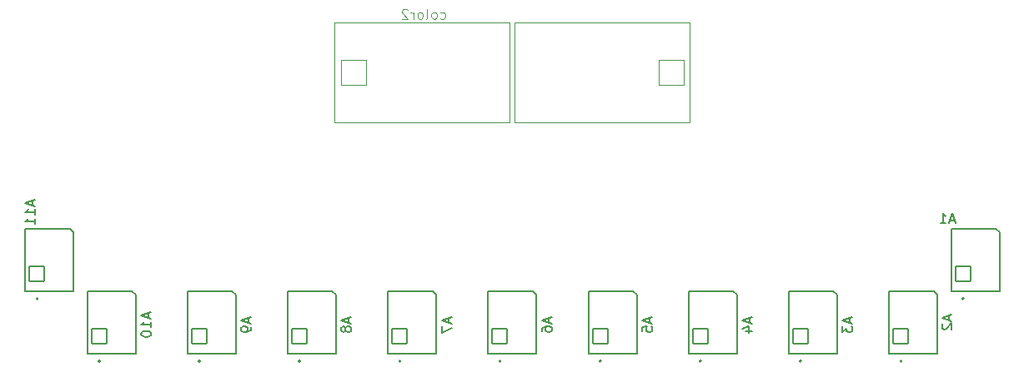
<source format=gbr>
%TF.GenerationSoftware,KiCad,Pcbnew,8.0.5*%
%TF.CreationDate,2024-09-27T22:13:58+09:00*%
%TF.ProjectId,_____,e9a4f3fa-7f2e-46b6-9963-61645f706362,rev?*%
%TF.SameCoordinates,Original*%
%TF.FileFunction,Legend,Bot*%
%TF.FilePolarity,Positive*%
%FSLAX46Y46*%
G04 Gerber Fmt 4.6, Leading zero omitted, Abs format (unit mm)*
G04 Created by KiCad (PCBNEW 8.0.5) date 2024-09-27 22:13:58*
%MOMM*%
%LPD*%
G01*
G04 APERTURE LIST*
G04 Aperture macros list*
%AMRoundRect*
0 Rectangle with rounded corners*
0 $1 Rounding radius*
0 $2 $3 $4 $5 $6 $7 $8 $9 X,Y pos of 4 corners*
0 Add a 4 corners polygon primitive as box body*
4,1,4,$2,$3,$4,$5,$6,$7,$8,$9,$2,$3,0*
0 Add four circle primitives for the rounded corners*
1,1,$1+$1,$2,$3*
1,1,$1+$1,$4,$5*
1,1,$1+$1,$6,$7*
1,1,$1+$1,$8,$9*
0 Add four rect primitives between the rounded corners*
20,1,$1+$1,$2,$3,$4,$5,0*
20,1,$1+$1,$4,$5,$6,$7,0*
20,1,$1+$1,$6,$7,$8,$9,0*
20,1,$1+$1,$8,$9,$2,$3,0*%
G04 Aperture macros list end*
%ADD10C,0.150000*%
%ADD11C,0.100000*%
%ADD12C,0.127000*%
%ADD13C,0.200000*%
%ADD14C,5.600000*%
%ADD15R,1.700000X1.700000*%
%ADD16O,1.700000X1.700000*%
%ADD17C,1.524000*%
%ADD18R,1.600000X1.600000*%
%ADD19C,1.600000*%
%ADD20R,1.905000X2.000000*%
%ADD21O,1.905000X2.000000*%
%ADD22RoundRect,0.102000X0.750000X-0.750000X0.750000X0.750000X-0.750000X0.750000X-0.750000X-0.750000X0*%
%ADD23C,1.704000*%
G04 APERTURE END LIST*
D10*
X62206738Y-88321863D02*
X62206738Y-88799138D01*
X62493103Y-88226408D02*
X61490827Y-88560500D01*
X61490827Y-88560500D02*
X62493103Y-88894592D01*
X62493103Y-89276412D02*
X62493103Y-89467322D01*
X62493103Y-89467322D02*
X62445376Y-89562777D01*
X62445376Y-89562777D02*
X62397648Y-89610504D01*
X62397648Y-89610504D02*
X62254466Y-89705959D01*
X62254466Y-89705959D02*
X62063556Y-89753686D01*
X62063556Y-89753686D02*
X61681737Y-89753686D01*
X61681737Y-89753686D02*
X61586282Y-89705959D01*
X61586282Y-89705959D02*
X61538554Y-89658232D01*
X61538554Y-89658232D02*
X61490827Y-89562777D01*
X61490827Y-89562777D02*
X61490827Y-89371867D01*
X61490827Y-89371867D02*
X61538554Y-89276412D01*
X61538554Y-89276412D02*
X61586282Y-89228685D01*
X61586282Y-89228685D02*
X61681737Y-89180957D01*
X61681737Y-89180957D02*
X61920374Y-89180957D01*
X61920374Y-89180957D02*
X62015829Y-89228685D01*
X62015829Y-89228685D02*
X62063556Y-89276412D01*
X62063556Y-89276412D02*
X62111284Y-89371867D01*
X62111284Y-89371867D02*
X62111284Y-89562777D01*
X62111284Y-89562777D02*
X62063556Y-89658232D01*
X62063556Y-89658232D02*
X62015829Y-89705959D01*
X62015829Y-89705959D02*
X61920374Y-89753686D01*
D11*
X81713572Y-57836200D02*
X81808810Y-57883819D01*
X81808810Y-57883819D02*
X81999286Y-57883819D01*
X81999286Y-57883819D02*
X82094524Y-57836200D01*
X82094524Y-57836200D02*
X82142143Y-57788580D01*
X82142143Y-57788580D02*
X82189762Y-57693342D01*
X82189762Y-57693342D02*
X82189762Y-57407628D01*
X82189762Y-57407628D02*
X82142143Y-57312390D01*
X82142143Y-57312390D02*
X82094524Y-57264771D01*
X82094524Y-57264771D02*
X81999286Y-57217152D01*
X81999286Y-57217152D02*
X81808810Y-57217152D01*
X81808810Y-57217152D02*
X81713572Y-57264771D01*
X81142143Y-57883819D02*
X81237381Y-57836200D01*
X81237381Y-57836200D02*
X81285000Y-57788580D01*
X81285000Y-57788580D02*
X81332619Y-57693342D01*
X81332619Y-57693342D02*
X81332619Y-57407628D01*
X81332619Y-57407628D02*
X81285000Y-57312390D01*
X81285000Y-57312390D02*
X81237381Y-57264771D01*
X81237381Y-57264771D02*
X81142143Y-57217152D01*
X81142143Y-57217152D02*
X80999286Y-57217152D01*
X80999286Y-57217152D02*
X80904048Y-57264771D01*
X80904048Y-57264771D02*
X80856429Y-57312390D01*
X80856429Y-57312390D02*
X80808810Y-57407628D01*
X80808810Y-57407628D02*
X80808810Y-57693342D01*
X80808810Y-57693342D02*
X80856429Y-57788580D01*
X80856429Y-57788580D02*
X80904048Y-57836200D01*
X80904048Y-57836200D02*
X80999286Y-57883819D01*
X80999286Y-57883819D02*
X81142143Y-57883819D01*
X80237381Y-57883819D02*
X80332619Y-57836200D01*
X80332619Y-57836200D02*
X80380238Y-57740961D01*
X80380238Y-57740961D02*
X80380238Y-56883819D01*
X79713571Y-57883819D02*
X79808809Y-57836200D01*
X79808809Y-57836200D02*
X79856428Y-57788580D01*
X79856428Y-57788580D02*
X79904047Y-57693342D01*
X79904047Y-57693342D02*
X79904047Y-57407628D01*
X79904047Y-57407628D02*
X79856428Y-57312390D01*
X79856428Y-57312390D02*
X79808809Y-57264771D01*
X79808809Y-57264771D02*
X79713571Y-57217152D01*
X79713571Y-57217152D02*
X79570714Y-57217152D01*
X79570714Y-57217152D02*
X79475476Y-57264771D01*
X79475476Y-57264771D02*
X79427857Y-57312390D01*
X79427857Y-57312390D02*
X79380238Y-57407628D01*
X79380238Y-57407628D02*
X79380238Y-57693342D01*
X79380238Y-57693342D02*
X79427857Y-57788580D01*
X79427857Y-57788580D02*
X79475476Y-57836200D01*
X79475476Y-57836200D02*
X79570714Y-57883819D01*
X79570714Y-57883819D02*
X79713571Y-57883819D01*
X78951666Y-57883819D02*
X78951666Y-57217152D01*
X78951666Y-57407628D02*
X78904047Y-57312390D01*
X78904047Y-57312390D02*
X78856428Y-57264771D01*
X78856428Y-57264771D02*
X78761190Y-57217152D01*
X78761190Y-57217152D02*
X78665952Y-57217152D01*
X78380237Y-56979057D02*
X78332618Y-56931438D01*
X78332618Y-56931438D02*
X78237380Y-56883819D01*
X78237380Y-56883819D02*
X77999285Y-56883819D01*
X77999285Y-56883819D02*
X77904047Y-56931438D01*
X77904047Y-56931438D02*
X77856428Y-56979057D01*
X77856428Y-56979057D02*
X77808809Y-57074295D01*
X77808809Y-57074295D02*
X77808809Y-57169533D01*
X77808809Y-57169533D02*
X77856428Y-57312390D01*
X77856428Y-57312390D02*
X78427856Y-57883819D01*
X78427856Y-57883819D02*
X77808809Y-57883819D01*
D10*
X92726738Y-88321863D02*
X92726738Y-88799138D01*
X93013103Y-88226408D02*
X92010827Y-88560500D01*
X92010827Y-88560500D02*
X93013103Y-88894592D01*
X92010827Y-89658232D02*
X92010827Y-89467322D01*
X92010827Y-89467322D02*
X92058554Y-89371867D01*
X92058554Y-89371867D02*
X92106282Y-89324140D01*
X92106282Y-89324140D02*
X92249464Y-89228685D01*
X92249464Y-89228685D02*
X92440374Y-89180957D01*
X92440374Y-89180957D02*
X92822193Y-89180957D01*
X92822193Y-89180957D02*
X92917648Y-89228685D01*
X92917648Y-89228685D02*
X92965376Y-89276412D01*
X92965376Y-89276412D02*
X93013103Y-89371867D01*
X93013103Y-89371867D02*
X93013103Y-89562777D01*
X93013103Y-89562777D02*
X92965376Y-89658232D01*
X92965376Y-89658232D02*
X92917648Y-89705959D01*
X92917648Y-89705959D02*
X92822193Y-89753686D01*
X92822193Y-89753686D02*
X92583556Y-89753686D01*
X92583556Y-89753686D02*
X92488101Y-89705959D01*
X92488101Y-89705959D02*
X92440374Y-89658232D01*
X92440374Y-89658232D02*
X92392646Y-89562777D01*
X92392646Y-89562777D02*
X92392646Y-89371867D01*
X92392646Y-89371867D02*
X92440374Y-89276412D01*
X92440374Y-89276412D02*
X92488101Y-89228685D01*
X92488101Y-89228685D02*
X92583556Y-89180957D01*
X52046738Y-87844588D02*
X52046738Y-88321863D01*
X52333103Y-87749133D02*
X51330827Y-88083225D01*
X51330827Y-88083225D02*
X52333103Y-88417317D01*
X52333103Y-89276411D02*
X52333103Y-88703682D01*
X52333103Y-88990047D02*
X51330827Y-88990047D01*
X51330827Y-88990047D02*
X51474009Y-88894592D01*
X51474009Y-88894592D02*
X51569464Y-88799137D01*
X51569464Y-88799137D02*
X51617192Y-88703682D01*
X51330827Y-89896868D02*
X51330827Y-89992323D01*
X51330827Y-89992323D02*
X51378554Y-90087778D01*
X51378554Y-90087778D02*
X51426282Y-90135506D01*
X51426282Y-90135506D02*
X51521737Y-90183233D01*
X51521737Y-90183233D02*
X51712646Y-90230960D01*
X51712646Y-90230960D02*
X51951284Y-90230960D01*
X51951284Y-90230960D02*
X52142193Y-90183233D01*
X52142193Y-90183233D02*
X52237648Y-90135506D01*
X52237648Y-90135506D02*
X52285376Y-90087778D01*
X52285376Y-90087778D02*
X52333103Y-89992323D01*
X52333103Y-89992323D02*
X52333103Y-89896868D01*
X52333103Y-89896868D02*
X52285376Y-89801414D01*
X52285376Y-89801414D02*
X52237648Y-89753686D01*
X52237648Y-89753686D02*
X52142193Y-89705959D01*
X52142193Y-89705959D02*
X51951284Y-89658231D01*
X51951284Y-89658231D02*
X51712646Y-89658231D01*
X51712646Y-89658231D02*
X51521737Y-89705959D01*
X51521737Y-89705959D02*
X51426282Y-89753686D01*
X51426282Y-89753686D02*
X51378554Y-89801414D01*
X51378554Y-89801414D02*
X51330827Y-89896868D01*
X102926738Y-88321863D02*
X102926738Y-88799138D01*
X103213103Y-88226408D02*
X102210827Y-88560500D01*
X102210827Y-88560500D02*
X103213103Y-88894592D01*
X102210827Y-89705959D02*
X102210827Y-89228685D01*
X102210827Y-89228685D02*
X102688101Y-89180957D01*
X102688101Y-89180957D02*
X102640374Y-89228685D01*
X102640374Y-89228685D02*
X102592646Y-89324140D01*
X102592646Y-89324140D02*
X102592646Y-89562777D01*
X102592646Y-89562777D02*
X102640374Y-89658232D01*
X102640374Y-89658232D02*
X102688101Y-89705959D01*
X102688101Y-89705959D02*
X102783556Y-89753686D01*
X102783556Y-89753686D02*
X103022193Y-89753686D01*
X103022193Y-89753686D02*
X103117648Y-89705959D01*
X103117648Y-89705959D02*
X103165376Y-89658232D01*
X103165376Y-89658232D02*
X103213103Y-89562777D01*
X103213103Y-89562777D02*
X103213103Y-89324140D01*
X103213103Y-89324140D02*
X103165376Y-89228685D01*
X103165376Y-89228685D02*
X103117648Y-89180957D01*
X72366738Y-88321863D02*
X72366738Y-88799138D01*
X72653103Y-88226408D02*
X71650827Y-88560500D01*
X71650827Y-88560500D02*
X72653103Y-88894592D01*
X72080374Y-89371867D02*
X72032646Y-89276412D01*
X72032646Y-89276412D02*
X71984919Y-89228685D01*
X71984919Y-89228685D02*
X71889464Y-89180957D01*
X71889464Y-89180957D02*
X71841737Y-89180957D01*
X71841737Y-89180957D02*
X71746282Y-89228685D01*
X71746282Y-89228685D02*
X71698554Y-89276412D01*
X71698554Y-89276412D02*
X71650827Y-89371867D01*
X71650827Y-89371867D02*
X71650827Y-89562777D01*
X71650827Y-89562777D02*
X71698554Y-89658232D01*
X71698554Y-89658232D02*
X71746282Y-89705959D01*
X71746282Y-89705959D02*
X71841737Y-89753686D01*
X71841737Y-89753686D02*
X71889464Y-89753686D01*
X71889464Y-89753686D02*
X71984919Y-89705959D01*
X71984919Y-89705959D02*
X72032646Y-89658232D01*
X72032646Y-89658232D02*
X72080374Y-89562777D01*
X72080374Y-89562777D02*
X72080374Y-89371867D01*
X72080374Y-89371867D02*
X72128101Y-89276412D01*
X72128101Y-89276412D02*
X72175829Y-89228685D01*
X72175829Y-89228685D02*
X72271284Y-89180957D01*
X72271284Y-89180957D02*
X72462193Y-89180957D01*
X72462193Y-89180957D02*
X72557648Y-89228685D01*
X72557648Y-89228685D02*
X72605376Y-89276412D01*
X72605376Y-89276412D02*
X72653103Y-89371867D01*
X72653103Y-89371867D02*
X72653103Y-89562777D01*
X72653103Y-89562777D02*
X72605376Y-89658232D01*
X72605376Y-89658232D02*
X72557648Y-89705959D01*
X72557648Y-89705959D02*
X72462193Y-89753686D01*
X72462193Y-89753686D02*
X72271284Y-89753686D01*
X72271284Y-89753686D02*
X72175829Y-89705959D01*
X72175829Y-89705959D02*
X72128101Y-89658232D01*
X72128101Y-89658232D02*
X72080374Y-89562777D01*
X133902797Y-78398507D02*
X133425523Y-78398507D01*
X133998252Y-78684872D02*
X133664160Y-77682596D01*
X133664160Y-77682596D02*
X133330068Y-78684872D01*
X132470974Y-78684872D02*
X133043703Y-78684872D01*
X132757338Y-78684872D02*
X132757338Y-77682596D01*
X132757338Y-77682596D02*
X132852793Y-77825778D01*
X132852793Y-77825778D02*
X132948248Y-77921233D01*
X132948248Y-77921233D02*
X133043703Y-77968961D01*
X82566738Y-88321863D02*
X82566738Y-88799138D01*
X82853103Y-88226408D02*
X81850827Y-88560500D01*
X81850827Y-88560500D02*
X82853103Y-88894592D01*
X81850827Y-89133230D02*
X81850827Y-89801414D01*
X81850827Y-89801414D02*
X82853103Y-89371867D01*
X40265393Y-76400813D02*
X40265393Y-76878088D01*
X40551758Y-76305358D02*
X39549482Y-76639450D01*
X39549482Y-76639450D02*
X40551758Y-76973542D01*
X40551758Y-77832636D02*
X40551758Y-77259907D01*
X40551758Y-77546272D02*
X39549482Y-77546272D01*
X39549482Y-77546272D02*
X39692664Y-77450817D01*
X39692664Y-77450817D02*
X39788119Y-77355362D01*
X39788119Y-77355362D02*
X39835847Y-77259907D01*
X40551758Y-78787185D02*
X40551758Y-78214456D01*
X40551758Y-78500821D02*
X39549482Y-78500821D01*
X39549482Y-78500821D02*
X39692664Y-78405366D01*
X39692664Y-78405366D02*
X39788119Y-78309911D01*
X39788119Y-78309911D02*
X39835847Y-78214456D01*
X133356393Y-88054088D02*
X133356393Y-88531363D01*
X133642758Y-87958633D02*
X132640482Y-88292725D01*
X132640482Y-88292725D02*
X133642758Y-88626817D01*
X132735937Y-88913182D02*
X132688209Y-88960910D01*
X132688209Y-88960910D02*
X132640482Y-89056365D01*
X132640482Y-89056365D02*
X132640482Y-89295002D01*
X132640482Y-89295002D02*
X132688209Y-89390457D01*
X132688209Y-89390457D02*
X132735937Y-89438184D01*
X132735937Y-89438184D02*
X132831392Y-89485911D01*
X132831392Y-89485911D02*
X132926847Y-89485911D01*
X132926847Y-89485911D02*
X133070029Y-89438184D01*
X133070029Y-89438184D02*
X133642758Y-88865455D01*
X133642758Y-88865455D02*
X133642758Y-89485911D01*
X123246738Y-88321863D02*
X123246738Y-88799138D01*
X123533103Y-88226408D02*
X122530827Y-88560500D01*
X122530827Y-88560500D02*
X123533103Y-88894592D01*
X122530827Y-89133230D02*
X122530827Y-89753686D01*
X122530827Y-89753686D02*
X122912646Y-89419594D01*
X122912646Y-89419594D02*
X122912646Y-89562777D01*
X122912646Y-89562777D02*
X122960374Y-89658232D01*
X122960374Y-89658232D02*
X123008101Y-89705959D01*
X123008101Y-89705959D02*
X123103556Y-89753686D01*
X123103556Y-89753686D02*
X123342193Y-89753686D01*
X123342193Y-89753686D02*
X123437648Y-89705959D01*
X123437648Y-89705959D02*
X123485376Y-89658232D01*
X123485376Y-89658232D02*
X123533103Y-89562777D01*
X123533103Y-89562777D02*
X123533103Y-89276412D01*
X123533103Y-89276412D02*
X123485376Y-89180957D01*
X123485376Y-89180957D02*
X123437648Y-89133230D01*
X113086738Y-88321863D02*
X113086738Y-88799138D01*
X113373103Y-88226408D02*
X112370827Y-88560500D01*
X112370827Y-88560500D02*
X113373103Y-88894592D01*
X112704919Y-89658232D02*
X113373103Y-89658232D01*
X112323100Y-89419594D02*
X113039011Y-89180957D01*
X113039011Y-89180957D02*
X113039011Y-89801414D01*
D12*
%TO.C,A9*%
X56020886Y-85570000D02*
X56020886Y-91970000D01*
X56020886Y-91970000D02*
X60920886Y-91970000D01*
X60570886Y-85570000D02*
X56020886Y-85570000D01*
X60920886Y-85920000D02*
X60570886Y-85570000D01*
X60920886Y-91970000D02*
X60920886Y-85920000D01*
D13*
X57320886Y-92720000D02*
G75*
G02*
X57120886Y-92720000I-100000J0D01*
G01*
X57120886Y-92720000D02*
G75*
G02*
X57320886Y-92720000I100000J0D01*
G01*
%TO.C,color2*%
D11*
X74131886Y-62100000D02*
X71591886Y-62100000D01*
X71591886Y-64640000D01*
X74131886Y-64640000D01*
X74131886Y-62100000D01*
X88736886Y-58290000D02*
X70956886Y-58290000D01*
X70956886Y-68450000D01*
X88736886Y-68450000D01*
X88736886Y-58290000D01*
D12*
%TO.C,A6*%
X86540886Y-85570000D02*
X86540886Y-91970000D01*
X86540886Y-91970000D02*
X91440886Y-91970000D01*
X91090886Y-85570000D02*
X86540886Y-85570000D01*
X91440886Y-85920000D02*
X91090886Y-85570000D01*
X91440886Y-91970000D02*
X91440886Y-85920000D01*
D13*
X87840886Y-92720000D02*
G75*
G02*
X87640886Y-92720000I-100000J0D01*
G01*
X87640886Y-92720000D02*
G75*
G02*
X87840886Y-92720000I100000J0D01*
G01*
D12*
%TO.C,A10*%
X45860886Y-85570000D02*
X45860886Y-91970000D01*
X45860886Y-91970000D02*
X50760886Y-91970000D01*
X50410886Y-85570000D02*
X45860886Y-85570000D01*
X50760886Y-85920000D02*
X50410886Y-85570000D01*
X50760886Y-91970000D02*
X50760886Y-85920000D01*
D13*
X47160886Y-92720000D02*
G75*
G02*
X46960886Y-92720000I-100000J0D01*
G01*
X46960886Y-92720000D02*
G75*
G02*
X47160886Y-92720000I100000J0D01*
G01*
D12*
%TO.C,A5*%
X96740886Y-85570000D02*
X96740886Y-91970000D01*
X96740886Y-91970000D02*
X101640886Y-91970000D01*
X101290886Y-85570000D02*
X96740886Y-85570000D01*
X101640886Y-85920000D02*
X101290886Y-85570000D01*
X101640886Y-91970000D02*
X101640886Y-85920000D01*
D13*
X98040886Y-92720000D02*
G75*
G02*
X97840886Y-92720000I-100000J0D01*
G01*
X97840886Y-92720000D02*
G75*
G02*
X98040886Y-92720000I100000J0D01*
G01*
D12*
%TO.C,A8*%
X66180886Y-85570000D02*
X66180886Y-91970000D01*
X66180886Y-91970000D02*
X71080886Y-91970000D01*
X70730886Y-85570000D02*
X66180886Y-85570000D01*
X71080886Y-85920000D02*
X70730886Y-85570000D01*
X71080886Y-91970000D02*
X71080886Y-85920000D01*
D13*
X67480886Y-92720000D02*
G75*
G02*
X67280886Y-92720000I-100000J0D01*
G01*
X67280886Y-92720000D02*
G75*
G02*
X67480886Y-92720000I100000J0D01*
G01*
D12*
%TO.C,A1*%
X133570886Y-79220000D02*
X133570886Y-85620000D01*
X133570886Y-85620000D02*
X138470886Y-85620000D01*
X138120886Y-79220000D02*
X133570886Y-79220000D01*
X138470886Y-79570000D02*
X138120886Y-79220000D01*
X138470886Y-85620000D02*
X138470886Y-79570000D01*
D13*
X134870886Y-86370000D02*
G75*
G02*
X134670886Y-86370000I-100000J0D01*
G01*
X134670886Y-86370000D02*
G75*
G02*
X134870886Y-86370000I100000J0D01*
G01*
D12*
%TO.C,A7*%
X76380886Y-85570000D02*
X76380886Y-91970000D01*
X76380886Y-91970000D02*
X81280886Y-91970000D01*
X80930886Y-85570000D02*
X76380886Y-85570000D01*
X81280886Y-85920000D02*
X80930886Y-85570000D01*
X81280886Y-91970000D02*
X81280886Y-85920000D01*
D13*
X77680886Y-92720000D02*
G75*
G02*
X77480886Y-92720000I-100000J0D01*
G01*
X77480886Y-92720000D02*
G75*
G02*
X77680886Y-92720000I100000J0D01*
G01*
%TO.C,color1*%
D11*
X89244886Y-68450000D02*
X107024886Y-68450000D01*
X107024886Y-58290000D01*
X89244886Y-58290000D01*
X89244886Y-68450000D01*
X103849886Y-64640000D02*
X106389886Y-64640000D01*
X106389886Y-62100000D01*
X103849886Y-62100000D01*
X103849886Y-64640000D01*
D12*
%TO.C,A11*%
X39550886Y-79220000D02*
X39550886Y-85620000D01*
X39550886Y-85620000D02*
X44450886Y-85620000D01*
X44100886Y-79220000D02*
X39550886Y-79220000D01*
X44450886Y-79570000D02*
X44100886Y-79220000D01*
X44450886Y-85620000D02*
X44450886Y-79570000D01*
D13*
X40850886Y-86370000D02*
G75*
G02*
X40650886Y-86370000I-100000J0D01*
G01*
X40650886Y-86370000D02*
G75*
G02*
X40850886Y-86370000I100000J0D01*
G01*
D12*
%TO.C,A2*%
X127260886Y-85570000D02*
X127260886Y-91970000D01*
X127260886Y-91970000D02*
X132160886Y-91970000D01*
X131810886Y-85570000D02*
X127260886Y-85570000D01*
X132160886Y-85920000D02*
X131810886Y-85570000D01*
X132160886Y-91970000D02*
X132160886Y-85920000D01*
D13*
X128560886Y-92720000D02*
G75*
G02*
X128360886Y-92720000I-100000J0D01*
G01*
X128360886Y-92720000D02*
G75*
G02*
X128560886Y-92720000I100000J0D01*
G01*
D12*
%TO.C,A3*%
X117060886Y-85570000D02*
X117060886Y-91970000D01*
X117060886Y-91970000D02*
X121960886Y-91970000D01*
X121610886Y-85570000D02*
X117060886Y-85570000D01*
X121960886Y-85920000D02*
X121610886Y-85570000D01*
X121960886Y-91970000D02*
X121960886Y-85920000D01*
D13*
X118360886Y-92720000D02*
G75*
G02*
X118160886Y-92720000I-100000J0D01*
G01*
X118160886Y-92720000D02*
G75*
G02*
X118360886Y-92720000I100000J0D01*
G01*
D12*
%TO.C,A4*%
X106900886Y-85570000D02*
X106900886Y-91970000D01*
X106900886Y-91970000D02*
X111800886Y-91970000D01*
X111450886Y-85570000D02*
X106900886Y-85570000D01*
X111800886Y-85920000D02*
X111450886Y-85570000D01*
X111800886Y-91970000D02*
X111800886Y-85920000D01*
D13*
X108200886Y-92720000D02*
G75*
G02*
X108000886Y-92720000I-100000J0D01*
G01*
X108000886Y-92720000D02*
G75*
G02*
X108200886Y-92720000I100000J0D01*
G01*
%TD*%
%LPC*%
D14*
%TO.C,REF\u002A\u002A*%
X128614886Y-79626000D03*
%TD*%
%TO.C,REF\u002A\u002A*%
X52160886Y-79626000D03*
%TD*%
D15*
%TO.C,J3*%
X114390886Y-72260000D03*
D16*
X114390886Y-74800000D03*
X114390886Y-77340000D03*
X114390886Y-79880000D03*
X116930886Y-79880000D03*
X116930886Y-77340000D03*
X116930886Y-74800000D03*
X116930886Y-72260000D03*
%TD*%
D17*
%TO.C,ToF2*%
X64479886Y-52448000D03*
X64479886Y-54988000D03*
X61939886Y-52448000D03*
X61939886Y-54988000D03*
X59399886Y-52448000D03*
X59399886Y-54988000D03*
%TD*%
D18*
%TO.C,C1*%
X85180886Y-97057000D03*
D19*
X85180886Y-99057000D03*
%TD*%
D15*
%TO.C,J2*%
X63590886Y-74165000D03*
D16*
X61050886Y-74165000D03*
X63590886Y-76705000D03*
X61050886Y-76705000D03*
X63590886Y-79245000D03*
X61050886Y-79245000D03*
%TD*%
D17*
%TO.C,ToF1*%
X117819886Y-52448000D03*
X117819886Y-54988000D03*
X115279886Y-52448000D03*
X115279886Y-54988000D03*
X112739886Y-52448000D03*
X112739886Y-54988000D03*
%TD*%
D15*
%TO.C,J1*%
X77560886Y-109090000D03*
D16*
X80100886Y-109090000D03*
X82640886Y-109090000D03*
X85180886Y-109090000D03*
X87720886Y-109090000D03*
X90260886Y-109090000D03*
X92800886Y-109090000D03*
X95340886Y-109090000D03*
X97880886Y-109090000D03*
X100420886Y-109090000D03*
X77560886Y-106550000D03*
X80100886Y-106550000D03*
X82640886Y-106550000D03*
X85180886Y-106550000D03*
X87720886Y-106550000D03*
X90260886Y-106550000D03*
X92800886Y-106550000D03*
X95340886Y-106550000D03*
X97880886Y-106550000D03*
X100420886Y-106550000D03*
%TD*%
D15*
%TO.C,J4*%
X114009886Y-59560000D03*
D16*
X114009886Y-62100000D03*
X114009886Y-64640000D03*
X114009886Y-67180000D03*
X116549886Y-67180000D03*
X116549886Y-64640000D03*
X116549886Y-62100000D03*
X116549886Y-59560000D03*
%TD*%
D15*
%TO.C,J5*%
X63209886Y-61465000D03*
D16*
X60669886Y-61465000D03*
X63209886Y-64005000D03*
X60669886Y-64005000D03*
X63209886Y-66545000D03*
X60669886Y-66545000D03*
%TD*%
D20*
%TO.C,LDO1*%
X72681886Y-99110000D03*
D21*
X75221886Y-99110000D03*
X77761886Y-99110000D03*
X80301886Y-99110000D03*
%TD*%
D22*
%TO.C,A9*%
X57220886Y-90170000D03*
D23*
X59720886Y-90170000D03*
X59720886Y-87370000D03*
X57220886Y-87370000D03*
%TD*%
D17*
%TO.C,color2*%
X87466886Y-67180000D03*
X87466886Y-64640000D03*
X87466886Y-62100000D03*
X87466886Y-59560000D03*
X84926886Y-67180000D03*
X84926886Y-64640000D03*
X84926886Y-62100000D03*
X84926886Y-59560000D03*
%TD*%
D22*
%TO.C,A6*%
X87740886Y-90170000D03*
D23*
X90240886Y-90170000D03*
X90240886Y-87370000D03*
X87740886Y-87370000D03*
%TD*%
D22*
%TO.C,A10*%
X47060886Y-90170000D03*
D23*
X49560886Y-90170000D03*
X49560886Y-87370000D03*
X47060886Y-87370000D03*
%TD*%
D22*
%TO.C,A5*%
X97940886Y-90170000D03*
D23*
X100440886Y-90170000D03*
X100440886Y-87370000D03*
X97940886Y-87370000D03*
%TD*%
D22*
%TO.C,A8*%
X67380886Y-90170000D03*
D23*
X69880886Y-90170000D03*
X69880886Y-87370000D03*
X67380886Y-87370000D03*
%TD*%
D22*
%TO.C,A1*%
X134770886Y-83820000D03*
D23*
X137270886Y-83820000D03*
X137270886Y-81020000D03*
X134770886Y-81020000D03*
%TD*%
D22*
%TO.C,A7*%
X77580886Y-90170000D03*
D23*
X80080886Y-90170000D03*
X80080886Y-87370000D03*
X77580886Y-87370000D03*
%TD*%
D17*
%TO.C,color1*%
X90514886Y-59560000D03*
X90514886Y-62100000D03*
X90514886Y-64640000D03*
X90514886Y-67180000D03*
X93054886Y-59560000D03*
X93054886Y-62100000D03*
X93054886Y-64640000D03*
X93054886Y-67180000D03*
%TD*%
D22*
%TO.C,A11*%
X40750886Y-83820000D03*
D23*
X43250886Y-83820000D03*
X43250886Y-81020000D03*
X40750886Y-81020000D03*
%TD*%
D22*
%TO.C,A2*%
X128460886Y-90170000D03*
D23*
X130960886Y-90170000D03*
X130960886Y-87370000D03*
X128460886Y-87370000D03*
%TD*%
D22*
%TO.C,A3*%
X118260886Y-90170000D03*
D23*
X120760886Y-90170000D03*
X120760886Y-87370000D03*
X118260886Y-87370000D03*
%TD*%
D22*
%TO.C,A4*%
X108100886Y-90170000D03*
D23*
X110600886Y-90170000D03*
X110600886Y-87370000D03*
X108100886Y-87370000D03*
%TD*%
%LPD*%
M02*

</source>
